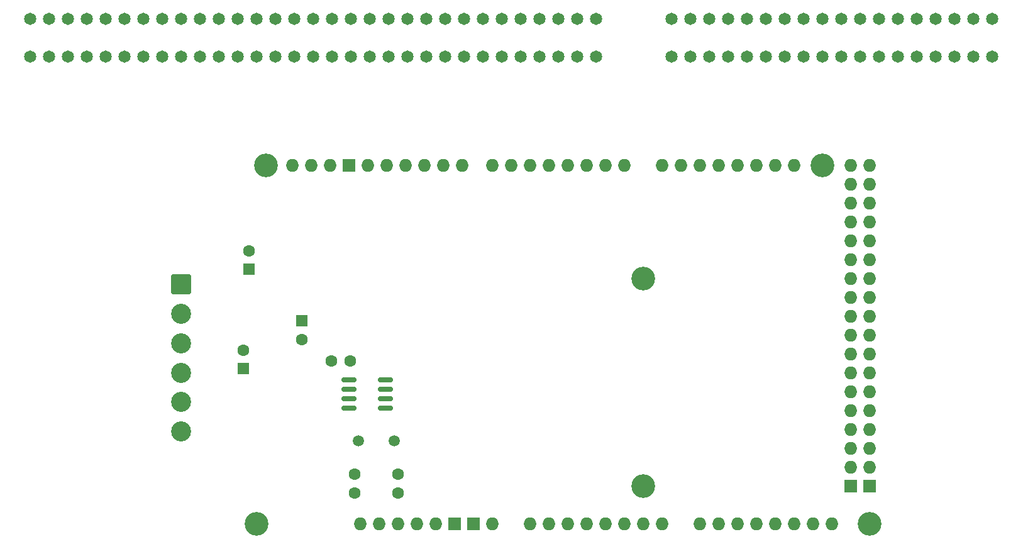
<source format=gbr>
%TF.GenerationSoftware,KiCad,Pcbnew,(6.0.11)*%
%TF.CreationDate,2023-03-12T14:00:35-06:00*%
%TF.ProjectId,arduino-mega-isa-shield,61726475-696e-46f2-9d6d-6567612d6973,rev?*%
%TF.SameCoordinates,Original*%
%TF.FileFunction,Soldermask,Top*%
%TF.FilePolarity,Negative*%
%FSLAX46Y46*%
G04 Gerber Fmt 4.6, Leading zero omitted, Abs format (unit mm)*
G04 Created by KiCad (PCBNEW (6.0.11)) date 2023-03-12 14:00:35*
%MOMM*%
%LPD*%
G01*
G04 APERTURE LIST*
G04 Aperture macros list*
%AMRoundRect*
0 Rectangle with rounded corners*
0 $1 Rounding radius*
0 $2 $3 $4 $5 $6 $7 $8 $9 X,Y pos of 4 corners*
0 Add a 4 corners polygon primitive as box body*
4,1,4,$2,$3,$4,$5,$6,$7,$8,$9,$2,$3,0*
0 Add four circle primitives for the rounded corners*
1,1,$1+$1,$2,$3*
1,1,$1+$1,$4,$5*
1,1,$1+$1,$6,$7*
1,1,$1+$1,$8,$9*
0 Add four rect primitives between the rounded corners*
20,1,$1+$1,$2,$3,$4,$5,0*
20,1,$1+$1,$4,$5,$6,$7,0*
20,1,$1+$1,$6,$7,$8,$9,0*
20,1,$1+$1,$8,$9,$2,$3,0*%
G04 Aperture macros list end*
%ADD10R,1.600000X1.600000*%
%ADD11C,1.600000*%
%ADD12C,1.500000*%
%ADD13C,3.200000*%
%ADD14O,1.727200X1.727200*%
%ADD15R,1.727200X1.727200*%
%ADD16C,1.651000*%
%ADD17RoundRect,0.250001X-1.099999X1.099999X-1.099999X-1.099999X1.099999X-1.099999X1.099999X1.099999X0*%
%ADD18C,2.700000*%
%ADD19RoundRect,0.150000X0.825000X0.150000X-0.825000X0.150000X-0.825000X-0.150000X0.825000X-0.150000X0*%
G04 APERTURE END LIST*
D10*
%TO.C,C2*%
X98044000Y-86701600D03*
D11*
X98044000Y-89201600D03*
%TD*%
D10*
%TO.C,C1*%
X90932000Y-79756000D03*
D11*
X90932000Y-77256000D03*
%TD*%
%TO.C,C4*%
X110998000Y-107335000D03*
X110998000Y-109835000D03*
%TD*%
D10*
%TO.C,C3*%
X90170000Y-93130400D03*
D11*
X90170000Y-90630400D03*
%TD*%
D12*
%TO.C,Y1*%
X110474000Y-102870000D03*
X105594000Y-102870000D03*
%TD*%
D13*
%TO.C,XA1*%
X168148000Y-65786000D03*
X91948000Y-114046000D03*
X93218000Y-65786000D03*
X174498000Y-114046000D03*
D14*
X105918000Y-114046000D03*
D13*
X144018000Y-81026000D03*
X144018000Y-108966000D03*
D14*
X113538000Y-114046000D03*
X116078000Y-114046000D03*
X171958000Y-65786000D03*
X174498000Y-65786000D03*
X128778000Y-114046000D03*
X131318000Y-114046000D03*
X133858000Y-114046000D03*
X136398000Y-114046000D03*
X138938000Y-114046000D03*
X141478000Y-114046000D03*
X144018000Y-114046000D03*
X146558000Y-114046000D03*
X151638000Y-114046000D03*
X154178000Y-114046000D03*
X156718000Y-114046000D03*
X159258000Y-114046000D03*
X161798000Y-114046000D03*
X164338000Y-114046000D03*
X166878000Y-114046000D03*
X169418000Y-114046000D03*
X101854000Y-65786000D03*
X141478000Y-65786000D03*
X138938000Y-65786000D03*
X136398000Y-65786000D03*
X133858000Y-65786000D03*
X131318000Y-65786000D03*
X128778000Y-65786000D03*
X126238000Y-65786000D03*
X123698000Y-65786000D03*
X119634000Y-65786000D03*
X117094000Y-65786000D03*
X114554000Y-65786000D03*
X112014000Y-65786000D03*
X109474000Y-65786000D03*
X106934000Y-65786000D03*
X146558000Y-65786000D03*
X149098000Y-65786000D03*
X151638000Y-65786000D03*
X154178000Y-65786000D03*
X156718000Y-65786000D03*
X159258000Y-65786000D03*
X161798000Y-65786000D03*
X164338000Y-65786000D03*
X171958000Y-68326000D03*
X174498000Y-68326000D03*
X171958000Y-70866000D03*
X174498000Y-70866000D03*
X171958000Y-73406000D03*
X174498000Y-73406000D03*
X171958000Y-75946000D03*
X174498000Y-75946000D03*
X171958000Y-78486000D03*
X174498000Y-78486000D03*
X171958000Y-81026000D03*
X174498000Y-81026000D03*
X171958000Y-83566000D03*
X174498000Y-83566000D03*
X171958000Y-86106000D03*
X174498000Y-86106000D03*
X171958000Y-88646000D03*
X174498000Y-88646000D03*
X171958000Y-91186000D03*
X174498000Y-91186000D03*
X171958000Y-93726000D03*
X174498000Y-93726000D03*
X171958000Y-96266000D03*
X174498000Y-96266000D03*
X171958000Y-98806000D03*
X174498000Y-98806000D03*
X171958000Y-101346000D03*
X174498000Y-101346000D03*
X171958000Y-103886000D03*
X174498000Y-103886000D03*
X171958000Y-106426000D03*
X174498000Y-106426000D03*
D15*
X104394000Y-65786000D03*
X118618000Y-114046000D03*
X121158000Y-114046000D03*
X171958000Y-108966000D03*
X174498000Y-108966000D03*
D14*
X108458000Y-114046000D03*
X110998000Y-114046000D03*
X96774000Y-65786000D03*
X99314000Y-65786000D03*
X123698000Y-114046000D03*
%TD*%
D11*
%TO.C,C6*%
X101981000Y-92075000D03*
X104481000Y-92075000D03*
%TD*%
D16*
%TO.C,J1*%
X191008000Y-46050000D03*
X188468000Y-46050000D03*
X185928000Y-46050000D03*
X183388000Y-46050000D03*
X180848000Y-46050000D03*
X178308000Y-46050000D03*
X175768000Y-46050000D03*
X173228000Y-46050000D03*
X170688000Y-46050000D03*
X168148000Y-46050000D03*
X165608000Y-46050000D03*
X163068000Y-46050000D03*
X160528000Y-46050000D03*
X157988000Y-46050000D03*
X155448000Y-46050000D03*
X152908000Y-46050000D03*
X150368000Y-46050000D03*
X147828000Y-46050000D03*
X137668000Y-46050000D03*
X135128000Y-46050000D03*
X132588000Y-46050000D03*
X130048000Y-46050000D03*
X127508000Y-46050000D03*
X124968000Y-46050000D03*
X122428000Y-46050000D03*
X119888000Y-46050000D03*
X117348000Y-46050000D03*
X114808000Y-46050000D03*
X112268000Y-46050000D03*
X109728000Y-46050000D03*
X107188000Y-46050000D03*
X104648000Y-46050000D03*
X102108000Y-46050000D03*
X99568000Y-46050000D03*
X97028000Y-46050000D03*
X94488000Y-46050000D03*
X91948000Y-46050000D03*
X89408000Y-46050000D03*
X86868000Y-46050000D03*
X84328000Y-46050000D03*
X81788000Y-46050000D03*
X79248000Y-46050000D03*
X76708000Y-46050000D03*
X74168000Y-46050000D03*
X71628000Y-46050000D03*
X69088000Y-46050000D03*
X66548000Y-46050000D03*
X64008000Y-46050000D03*
X61468000Y-46050000D03*
X191008000Y-51130000D03*
X188468000Y-51130000D03*
X185928000Y-51130000D03*
X183388000Y-51130000D03*
X180848000Y-51130000D03*
X178308000Y-51130000D03*
X175768000Y-51130000D03*
X173228000Y-51130000D03*
X170688000Y-51130000D03*
X168148000Y-51130000D03*
X165608000Y-51130000D03*
X163068000Y-51130000D03*
X160528000Y-51130000D03*
X157988000Y-51130000D03*
X155448000Y-51130000D03*
X152908000Y-51130000D03*
X150368000Y-51130000D03*
X147828000Y-51130000D03*
X137668000Y-51130000D03*
X135128000Y-51130000D03*
X132588000Y-51130000D03*
X130048000Y-51130000D03*
X127508000Y-51130000D03*
X124968000Y-51130000D03*
X122428000Y-51130000D03*
X119888000Y-51130000D03*
X117348000Y-51130000D03*
X114808000Y-51130000D03*
X112268000Y-51130000D03*
X109728000Y-51130000D03*
X107188000Y-51130000D03*
X104648000Y-51130000D03*
X102108000Y-51130000D03*
X99568000Y-51130000D03*
X97028000Y-51130000D03*
X94488000Y-51130000D03*
X91948000Y-51130000D03*
X89408000Y-51130000D03*
X86868000Y-51130000D03*
X84328000Y-51130000D03*
X81788000Y-51130000D03*
X79248000Y-51130000D03*
X76708000Y-51130000D03*
X74168000Y-51130000D03*
X71628000Y-51130000D03*
X69088000Y-51130000D03*
X66548000Y-51130000D03*
X64008000Y-51130000D03*
X61468000Y-51130000D03*
%TD*%
D17*
%TO.C,J2*%
X81788000Y-81788000D03*
D18*
X81788000Y-85748000D03*
X81788000Y-89708000D03*
X81788000Y-93668000D03*
X81788000Y-97628000D03*
X81788000Y-101588000D03*
%TD*%
D11*
%TO.C,C5*%
X105156000Y-107335000D03*
X105156000Y-109835000D03*
%TD*%
D19*
%TO.C,U1*%
X109282000Y-98425000D03*
X109282000Y-97155000D03*
X109282000Y-95885000D03*
X109282000Y-94615000D03*
X104332000Y-94615000D03*
X104332000Y-95885000D03*
X104332000Y-97155000D03*
X104332000Y-98425000D03*
%TD*%
M02*

</source>
